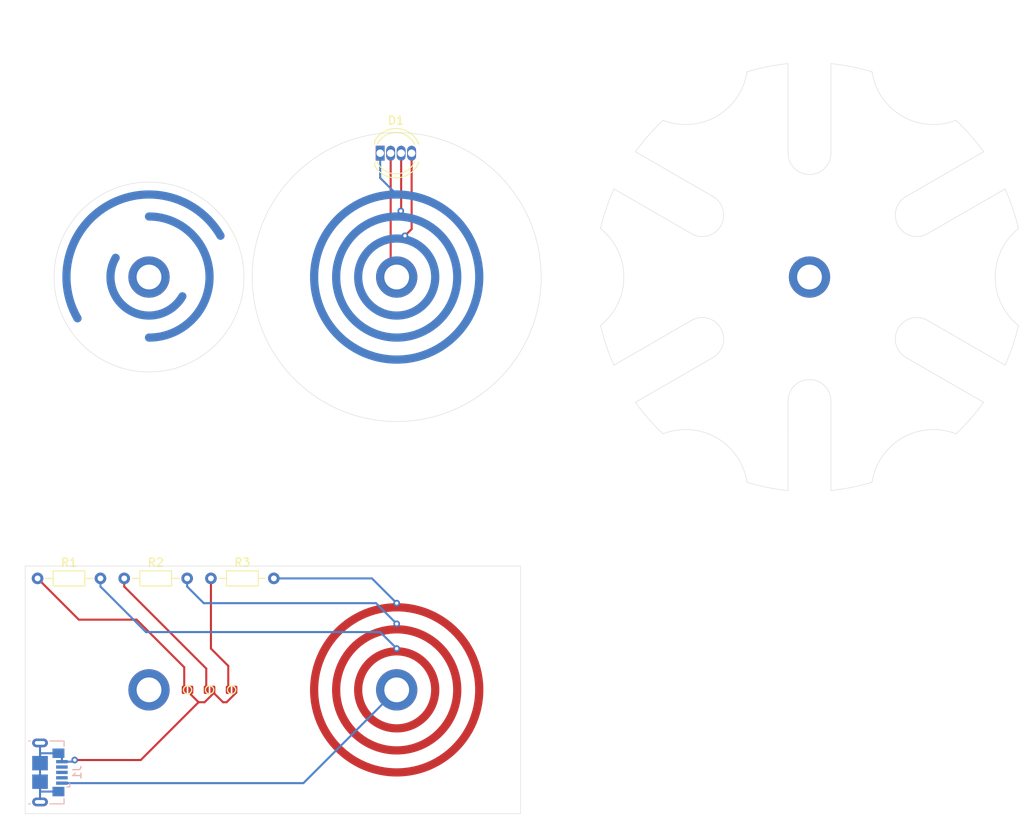
<source format=kicad_pcb>
(kicad_pcb (version 20171130) (host pcbnew "(5.1.5)-3")

  (general
    (thickness 1.6)
    (drawings 59)
    (tracks 69)
    (zones 0)
    (modules 22)
    (nets 12)
  )

  (page A4)
  (layers
    (0 F.Cu signal)
    (31 B.Cu signal)
    (32 B.Adhes user)
    (33 F.Adhes user)
    (34 B.Paste user)
    (35 F.Paste user)
    (36 B.SilkS user)
    (37 F.SilkS user)
    (38 B.Mask user)
    (39 F.Mask user)
    (40 Dwgs.User user)
    (41 Cmts.User user)
    (42 Eco1.User user)
    (43 Eco2.User user)
    (44 Edge.Cuts user)
    (45 Margin user)
    (46 B.CrtYd user)
    (47 F.CrtYd user)
    (48 B.Fab user)
    (49 F.Fab user)
  )

  (setup
    (last_trace_width 0.25)
    (trace_clearance 0.2)
    (zone_clearance 0.508)
    (zone_45_only no)
    (trace_min 0.2)
    (via_size 0.8)
    (via_drill 0.4)
    (via_min_size 0.4)
    (via_min_drill 0.3)
    (uvia_size 0.3)
    (uvia_drill 0.1)
    (uvias_allowed no)
    (uvia_min_size 0.2)
    (uvia_min_drill 0.1)
    (edge_width 0.05)
    (segment_width 0.2)
    (pcb_text_width 0.3)
    (pcb_text_size 1.5 1.5)
    (mod_edge_width 0.12)
    (mod_text_size 1 1)
    (mod_text_width 0.15)
    (pad_size 5 5)
    (pad_drill 3)
    (pad_to_mask_clearance 0.051)
    (solder_mask_min_width 0.25)
    (aux_axis_origin 0 0)
    (grid_origin 150 100)
    (visible_elements 7FFFFFFF)
    (pcbplotparams
      (layerselection 0x010fc_ffffffff)
      (usegerberextensions false)
      (usegerberattributes false)
      (usegerberadvancedattributes false)
      (creategerberjobfile false)
      (excludeedgelayer true)
      (linewidth 0.101600)
      (plotframeref false)
      (viasonmask false)
      (mode 1)
      (useauxorigin false)
      (hpglpennumber 1)
      (hpglpenspeed 20)
      (hpglpendiameter 15.000000)
      (psnegative false)
      (psa4output false)
      (plotreference true)
      (plotvalue true)
      (plotinvisibletext false)
      (padsonsilk false)
      (subtractmaskfromsilk false)
      (outputformat 1)
      (mirror false)
      (drillshape 1)
      (scaleselection 1)
      (outputdirectory ""))
  )

  (net 0 "")
  (net 1 5V)
  (net 2 0V)
  (net 3 "Net-(J1-Pad3)")
  (net 4 "Net-(J1-Pad4)")
  (net 5 "Net-(J1-Pad2)")
  (net 6 "Net-(JP1-Pad1)")
  (net 7 "Net-(JP2-Pad1)")
  (net 8 "Net-(JP3-Pad1)")
  (net 9 bluerail)
  (net 10 greenrail)
  (net 11 redrail)

  (net_class Default "This is the default net class."
    (clearance 0.2)
    (trace_width 0.25)
    (via_dia 0.8)
    (via_drill 0.4)
    (uvia_dia 0.3)
    (uvia_drill 0.1)
    (add_net 0V)
    (add_net 5V)
    (add_net "Net-(J1-Pad2)")
    (add_net "Net-(J1-Pad3)")
    (add_net "Net-(J1-Pad4)")
    (add_net "Net-(JP1-Pad1)")
    (add_net "Net-(JP2-Pad1)")
    (add_net "Net-(JP3-Pad1)")
    (add_net bluerail)
    (add_net greenrail)
    (add_net redrail)
  )

  (module Resistor_THT:R_Axial_DIN0204_L3.6mm_D1.6mm_P7.62mm_Horizontal (layer F.Cu) (tedit 5AE5139B) (tstamp 5E1E8FC9)
    (at 77.5 136.5)
    (descr "Resistor, Axial_DIN0204 series, Axial, Horizontal, pin pitch=7.62mm, 0.167W, length*diameter=3.6*1.6mm^2, http://cdn-reichelt.de/documents/datenblatt/B400/1_4W%23YAG.pdf")
    (tags "Resistor Axial_DIN0204 series Axial Horizontal pin pitch 7.62mm 0.167W length 3.6mm diameter 1.6mm")
    (path /5E1E529E)
    (fp_text reference R3 (at 3.81 -1.92) (layer F.SilkS)
      (effects (font (size 1 1) (thickness 0.15)))
    )
    (fp_text value R (at 3.81 1.92) (layer F.Fab)
      (effects (font (size 1 1) (thickness 0.15)))
    )
    (fp_line (start 8.57 -1.05) (end -0.95 -1.05) (layer F.CrtYd) (width 0.05))
    (fp_line (start 8.57 1.05) (end 8.57 -1.05) (layer F.CrtYd) (width 0.05))
    (fp_line (start -0.95 1.05) (end 8.57 1.05) (layer F.CrtYd) (width 0.05))
    (fp_line (start -0.95 -1.05) (end -0.95 1.05) (layer F.CrtYd) (width 0.05))
    (fp_line (start 6.68 0) (end 5.73 0) (layer F.SilkS) (width 0.12))
    (fp_line (start 0.94 0) (end 1.89 0) (layer F.SilkS) (width 0.12))
    (fp_line (start 5.73 -0.92) (end 1.89 -0.92) (layer F.SilkS) (width 0.12))
    (fp_line (start 5.73 0.92) (end 5.73 -0.92) (layer F.SilkS) (width 0.12))
    (fp_line (start 1.89 0.92) (end 5.73 0.92) (layer F.SilkS) (width 0.12))
    (fp_line (start 1.89 -0.92) (end 1.89 0.92) (layer F.SilkS) (width 0.12))
    (fp_line (start 7.62 0) (end 5.61 0) (layer F.Fab) (width 0.1))
    (fp_line (start 0 0) (end 2.01 0) (layer F.Fab) (width 0.1))
    (fp_line (start 5.61 -0.8) (end 2.01 -0.8) (layer F.Fab) (width 0.1))
    (fp_line (start 5.61 0.8) (end 5.61 -0.8) (layer F.Fab) (width 0.1))
    (fp_line (start 2.01 0.8) (end 5.61 0.8) (layer F.Fab) (width 0.1))
    (fp_line (start 2.01 -0.8) (end 2.01 0.8) (layer F.Fab) (width 0.1))
    (pad 2 thru_hole oval (at 7.62 0) (size 1.4 1.4) (drill 0.7) (layers *.Cu *.Mask)
      (net 11 redrail))
    (pad 1 thru_hole circle (at 0 0) (size 1.4 1.4) (drill 0.7) (layers *.Cu *.Mask)
      (net 8 "Net-(JP3-Pad1)"))
    (model ${KISYS3DMOD}/Resistor_THT.3dshapes/R_Axial_DIN0204_L3.6mm_D1.6mm_P7.62mm_Horizontal.wrl
      (at (xyz 0 0 0))
      (scale (xyz 1 1 1))
      (rotate (xyz 0 0 0))
    )
  )

  (module Resistor_THT:R_Axial_DIN0204_L3.6mm_D1.6mm_P7.62mm_Horizontal (layer F.Cu) (tedit 5AE5139B) (tstamp 5E1E8FB2)
    (at 67 136.5)
    (descr "Resistor, Axial_DIN0204 series, Axial, Horizontal, pin pitch=7.62mm, 0.167W, length*diameter=3.6*1.6mm^2, http://cdn-reichelt.de/documents/datenblatt/B400/1_4W%23YAG.pdf")
    (tags "Resistor Axial_DIN0204 series Axial Horizontal pin pitch 7.62mm 0.167W length 3.6mm diameter 1.6mm")
    (path /5E1E4F47)
    (fp_text reference R2 (at 3.81 -1.92) (layer F.SilkS)
      (effects (font (size 1 1) (thickness 0.15)))
    )
    (fp_text value R (at 3.81 1.92) (layer F.Fab)
      (effects (font (size 1 1) (thickness 0.15)))
    )
    (fp_line (start 8.57 -1.05) (end -0.95 -1.05) (layer F.CrtYd) (width 0.05))
    (fp_line (start 8.57 1.05) (end 8.57 -1.05) (layer F.CrtYd) (width 0.05))
    (fp_line (start -0.95 1.05) (end 8.57 1.05) (layer F.CrtYd) (width 0.05))
    (fp_line (start -0.95 -1.05) (end -0.95 1.05) (layer F.CrtYd) (width 0.05))
    (fp_line (start 6.68 0) (end 5.73 0) (layer F.SilkS) (width 0.12))
    (fp_line (start 0.94 0) (end 1.89 0) (layer F.SilkS) (width 0.12))
    (fp_line (start 5.73 -0.92) (end 1.89 -0.92) (layer F.SilkS) (width 0.12))
    (fp_line (start 5.73 0.92) (end 5.73 -0.92) (layer F.SilkS) (width 0.12))
    (fp_line (start 1.89 0.92) (end 5.73 0.92) (layer F.SilkS) (width 0.12))
    (fp_line (start 1.89 -0.92) (end 1.89 0.92) (layer F.SilkS) (width 0.12))
    (fp_line (start 7.62 0) (end 5.61 0) (layer F.Fab) (width 0.1))
    (fp_line (start 0 0) (end 2.01 0) (layer F.Fab) (width 0.1))
    (fp_line (start 5.61 -0.8) (end 2.01 -0.8) (layer F.Fab) (width 0.1))
    (fp_line (start 5.61 0.8) (end 5.61 -0.8) (layer F.Fab) (width 0.1))
    (fp_line (start 2.01 0.8) (end 5.61 0.8) (layer F.Fab) (width 0.1))
    (fp_line (start 2.01 -0.8) (end 2.01 0.8) (layer F.Fab) (width 0.1))
    (pad 2 thru_hole oval (at 7.62 0) (size 1.4 1.4) (drill 0.7) (layers *.Cu *.Mask)
      (net 10 greenrail))
    (pad 1 thru_hole circle (at 0 0) (size 1.4 1.4) (drill 0.7) (layers *.Cu *.Mask)
      (net 7 "Net-(JP2-Pad1)"))
    (model ${KISYS3DMOD}/Resistor_THT.3dshapes/R_Axial_DIN0204_L3.6mm_D1.6mm_P7.62mm_Horizontal.wrl
      (at (xyz 0 0 0))
      (scale (xyz 1 1 1))
      (rotate (xyz 0 0 0))
    )
  )

  (module Resistor_THT:R_Axial_DIN0204_L3.6mm_D1.6mm_P7.62mm_Horizontal (layer F.Cu) (tedit 5AE5139B) (tstamp 5E1E9414)
    (at 56.5 136.5)
    (descr "Resistor, Axial_DIN0204 series, Axial, Horizontal, pin pitch=7.62mm, 0.167W, length*diameter=3.6*1.6mm^2, http://cdn-reichelt.de/documents/datenblatt/B400/1_4W%23YAG.pdf")
    (tags "Resistor Axial_DIN0204 series Axial Horizontal pin pitch 7.62mm 0.167W length 3.6mm diameter 1.6mm")
    (path /5E1E4A47)
    (fp_text reference R1 (at 3.81 -1.92) (layer F.SilkS)
      (effects (font (size 1 1) (thickness 0.15)))
    )
    (fp_text value R (at 3.81 1.92) (layer F.Fab)
      (effects (font (size 1 1) (thickness 0.15)))
    )
    (fp_line (start 8.57 -1.05) (end -0.95 -1.05) (layer F.CrtYd) (width 0.05))
    (fp_line (start 8.57 1.05) (end 8.57 -1.05) (layer F.CrtYd) (width 0.05))
    (fp_line (start -0.95 1.05) (end 8.57 1.05) (layer F.CrtYd) (width 0.05))
    (fp_line (start -0.95 -1.05) (end -0.95 1.05) (layer F.CrtYd) (width 0.05))
    (fp_line (start 6.68 0) (end 5.73 0) (layer F.SilkS) (width 0.12))
    (fp_line (start 0.94 0) (end 1.89 0) (layer F.SilkS) (width 0.12))
    (fp_line (start 5.73 -0.92) (end 1.89 -0.92) (layer F.SilkS) (width 0.12))
    (fp_line (start 5.73 0.92) (end 5.73 -0.92) (layer F.SilkS) (width 0.12))
    (fp_line (start 1.89 0.92) (end 5.73 0.92) (layer F.SilkS) (width 0.12))
    (fp_line (start 1.89 -0.92) (end 1.89 0.92) (layer F.SilkS) (width 0.12))
    (fp_line (start 7.62 0) (end 5.61 0) (layer F.Fab) (width 0.1))
    (fp_line (start 0 0) (end 2.01 0) (layer F.Fab) (width 0.1))
    (fp_line (start 5.61 -0.8) (end 2.01 -0.8) (layer F.Fab) (width 0.1))
    (fp_line (start 5.61 0.8) (end 5.61 -0.8) (layer F.Fab) (width 0.1))
    (fp_line (start 2.01 0.8) (end 5.61 0.8) (layer F.Fab) (width 0.1))
    (fp_line (start 2.01 -0.8) (end 2.01 0.8) (layer F.Fab) (width 0.1))
    (pad 2 thru_hole oval (at 7.62 0) (size 1.4 1.4) (drill 0.7) (layers *.Cu *.Mask)
      (net 9 bluerail))
    (pad 1 thru_hole circle (at 0 0) (size 1.4 1.4) (drill 0.7) (layers *.Cu *.Mask)
      (net 6 "Net-(JP1-Pad1)"))
    (model ${KISYS3DMOD}/Resistor_THT.3dshapes/R_Axial_DIN0204_L3.6mm_D1.6mm_P7.62mm_Horizontal.wrl
      (at (xyz 0 0 0))
      (scale (xyz 1 1 1))
      (rotate (xyz 0 0 0))
    )
  )

  (module geneva:jumper (layer F.Cu) (tedit 5E1E2CD8) (tstamp 5E1E8F84)
    (at 80 150)
    (path /5E1E630C)
    (fp_text reference JP3 (at 0 2) (layer F.SilkS) hide
      (effects (font (size 1 1) (thickness 0.15)))
    )
    (fp_text value Jumper_NO_Small (at 0 -2) (layer F.Fab)
      (effects (font (size 1 1) (thickness 0.15)))
    )
    (fp_circle (center 0 0) (end 0.5 0) (layer F.SilkS) (width 0.1524))
    (pad 2 smd roundrect (at 0.4 0) (size 0.6 1) (layers F.Cu F.Mask) (roundrect_rratio 0.25)
      (net 2 0V))
    (pad 1 smd roundrect (at -0.4 0) (size 0.6 1) (layers F.Cu F.Mask) (roundrect_rratio 0.25)
      (net 8 "Net-(JP3-Pad1)"))
  )

  (module geneva:jumper (layer F.Cu) (tedit 5E1E2CD8) (tstamp 5E1E8F7D)
    (at 77.33333 150)
    (path /5E1E5EA6)
    (fp_text reference JP2 (at 0 2) (layer F.SilkS) hide
      (effects (font (size 1 1) (thickness 0.15)))
    )
    (fp_text value Jumper_NO_Small (at 0 -2) (layer F.Fab)
      (effects (font (size 1 1) (thickness 0.15)))
    )
    (fp_circle (center 0 0) (end 0.5 0) (layer F.SilkS) (width 0.1524))
    (pad 2 smd roundrect (at 0.4 0) (size 0.6 1) (layers F.Cu F.Mask) (roundrect_rratio 0.25)
      (net 2 0V))
    (pad 1 smd roundrect (at -0.4 0) (size 0.6 1) (layers F.Cu F.Mask) (roundrect_rratio 0.25)
      (net 7 "Net-(JP2-Pad1)"))
  )

  (module geneva:jumper (layer F.Cu) (tedit 5E1E2CD8) (tstamp 5E1E8F76)
    (at 74.66667 150)
    (path /5E1E5871)
    (fp_text reference JP1 (at 0 2) (layer F.SilkS) hide
      (effects (font (size 1 1) (thickness 0.15)))
    )
    (fp_text value Jumper_NO_Small (at 0 -2) (layer F.Fab)
      (effects (font (size 1 1) (thickness 0.15)))
    )
    (fp_circle (center 0 0) (end 0.5 0) (layer F.SilkS) (width 0.1524))
    (pad 2 smd roundrect (at 0.4 0) (size 0.6 1) (layers F.Cu F.Mask) (roundrect_rratio 0.25)
      (net 2 0V))
    (pad 1 smd roundrect (at -0.4 0) (size 0.6 1) (layers F.Cu F.Mask) (roundrect_rratio 0.25)
      (net 6 "Net-(JP1-Pad1)"))
  )

  (module Connector_USB:USB_Micro-B_GCT_USB3076-30-A (layer B.Cu) (tedit 5A170D03) (tstamp 5E1E91A1)
    (at 58 160 90)
    (descr "GCT Micro USB https://gct.co/files/drawings/usb3076.pdf")
    (tags "Micro-USB SMD Typ-B GCT")
    (path /5E1E3062)
    (attr smd)
    (fp_text reference J1 (at 0 3.3 -90) (layer B.SilkS)
      (effects (font (size 1 1) (thickness 0.15)) (justify mirror))
    )
    (fp_text value USB_B_Micro (at 0 -5.2 -90) (layer B.Fab)
      (effects (font (size 1 1) (thickness 0.15)) (justify mirror))
    )
    (fp_line (start -1.1 2.16) (end -1.1 1.95) (layer B.Fab) (width 0.1))
    (fp_line (start -1.5 2.16) (end -1.5 1.95) (layer B.Fab) (width 0.1))
    (fp_line (start -1.5 2.16) (end -1.1 2.16) (layer B.Fab) (width 0.1))
    (fp_line (start -1.1 1.95) (end -1.3 1.75) (layer B.Fab) (width 0.1))
    (fp_line (start -1.3 1.75) (end -1.5 1.95) (layer B.Fab) (width 0.1))
    (fp_line (start -1.76 2.41) (end -1.76 2.02) (layer B.SilkS) (width 0.12))
    (fp_line (start -1.76 2.41) (end -1.31 2.41) (layer B.SilkS) (width 0.12))
    (fp_text user %R (at 0 -0.85 -90) (layer B.Fab)
      (effects (font (size 1 1) (thickness 0.15)) (justify mirror))
    )
    (fp_line (start 3.81 1.71) (end 3.16 1.71) (layer B.SilkS) (width 0.12))
    (fp_line (start 3.81 -0.02) (end 3.81 1.71) (layer B.SilkS) (width 0.12))
    (fp_line (start -3.81 -2.59) (end -3.81 -2.38) (layer B.SilkS) (width 0.12))
    (fp_line (start -3.7 -3.95) (end -3.7 1.6) (layer B.Fab) (width 0.1))
    (fp_line (start -3.7 1.6) (end 3.7 1.6) (layer B.Fab) (width 0.1))
    (fp_line (start -3.7 -3.95) (end 3.7 -3.95) (layer B.Fab) (width 0.1))
    (fp_line (start -3 -2.65) (end 3 -2.65) (layer B.Fab) (width 0.1))
    (fp_line (start 3.7 -3.95) (end 3.7 1.6) (layer B.Fab) (width 0.1))
    (fp_line (start 3.81 -2.59) (end 3.81 -2.38) (layer B.SilkS) (width 0.12))
    (fp_line (start -3.81 -0.02) (end -3.81 1.71) (layer B.SilkS) (width 0.12))
    (fp_line (start -3.81 1.71) (end -3.15 1.71) (layer B.SilkS) (width 0.12))
    (fp_text user "PCB Edge" (at 0 -2.65 -90) (layer Dwgs.User)
      (effects (font (size 0.5 0.5) (thickness 0.08)))
    )
    (fp_line (start -4.6 -4.45) (end -4.6 2.65) (layer B.CrtYd) (width 0.05))
    (fp_line (start -4.6 2.65) (end 4.6 2.65) (layer B.CrtYd) (width 0.05))
    (fp_line (start 4.6 2.65) (end 4.6 -4.45) (layer B.CrtYd) (width 0.05))
    (fp_line (start -4.6 -4.45) (end 4.6 -4.45) (layer B.CrtYd) (width 0.05))
    (pad 6 smd rect (at -2.32 1.03 90) (size 1.15 1.45) (layers B.Cu B.Paste B.Mask)
      (net 2 0V))
    (pad 6 smd rect (at 2.32 1.03 90) (size 1.15 1.45) (layers B.Cu B.Paste B.Mask)
      (net 2 0V))
    (pad 6 thru_hole oval (at 3.575 -1.2 90) (size 1.05 1.9) (drill oval 0.45 1.25) (layers *.Cu *.Mask)
      (net 2 0V))
    (pad 6 thru_hole oval (at -3.575 -1.2 270) (size 1.05 1.9) (drill oval 0.45 1.25) (layers *.Cu *.Mask)
      (net 2 0V))
    (pad 6 smd rect (at -1.125 -1.2 90) (size 1.75 1.9) (layers B.Cu B.Paste B.Mask)
      (net 2 0V))
    (pad 3 smd rect (at 0 1.45 90) (size 0.4 1.4) (layers B.Cu B.Paste B.Mask)
      (net 3 "Net-(J1-Pad3)"))
    (pad 4 smd rect (at 0.65 1.45 90) (size 0.4 1.4) (layers B.Cu B.Paste B.Mask)
      (net 4 "Net-(J1-Pad4)"))
    (pad 5 smd rect (at 1.3 1.45 90) (size 0.4 1.4) (layers B.Cu B.Paste B.Mask)
      (net 2 0V))
    (pad 1 smd rect (at -1.3 1.45 90) (size 0.4 1.4) (layers B.Cu B.Paste B.Mask)
      (net 1 5V))
    (pad 2 smd rect (at -0.65 1.45 90) (size 0.4 1.4) (layers B.Cu B.Paste B.Mask)
      (net 5 "Net-(J1-Pad2)"))
    (pad 6 smd rect (at 1.125 -1.2 90) (size 1.75 1.9) (layers B.Cu B.Paste B.Mask)
      (net 2 0V))
    (model ${KISYS3DMOD}/Connector_USB.3dshapes/USB_Micro-B_GCT_USB3076-30-A.wrl
      (at (xyz 0 0 0))
      (scale (xyz 1 1 1))
      (rotate (xyz 0 0 0))
    )
  )

  (module LED_THT:LED_D5.0mm-4_RGB (layer F.Cu) (tedit 5B74EEBE) (tstamp 5E1E8F48)
    (at 98 85)
    (descr "LED, diameter 5.0mm, 2 pins, diameter 5.0mm, 3 pins, diameter 5.0mm, 4 pins, http://www.kingbright.com/attachments/file/psearch/000/00/00/L-154A4SUREQBFZGEW(Ver.9A).pdf")
    (tags "LED diameter 5.0mm 2 pins diameter 5.0mm 3 pins diameter 5.0mm 4 pins RGB RGBLED")
    (path /5E1E71B0)
    (fp_text reference D1 (at 1.905 -3.96) (layer F.SilkS)
      (effects (font (size 1 1) (thickness 0.15)))
    )
    (fp_text value LED_RAGB (at 1.905 3.96) (layer F.Fab)
      (effects (font (size 1 1) (thickness 0.15)))
    )
    (fp_text user %R (at 1.905 -3.96) (layer F.Fab)
      (effects (font (size 1 1) (thickness 0.15)))
    )
    (fp_line (start 5.15 -3.25) (end -1.35 -3.25) (layer F.CrtYd) (width 0.05))
    (fp_line (start 5.15 3.25) (end 5.15 -3.25) (layer F.CrtYd) (width 0.05))
    (fp_line (start -1.35 3.25) (end 5.15 3.25) (layer F.CrtYd) (width 0.05))
    (fp_line (start -1.35 -3.25) (end -1.35 3.25) (layer F.CrtYd) (width 0.05))
    (fp_line (start -0.655 1.08) (end -0.655 1.545) (layer F.SilkS) (width 0.12))
    (fp_line (start -0.655 -1.545) (end -0.655 -1.08) (layer F.SilkS) (width 0.12))
    (fp_line (start -0.595 -1.469694) (end -0.595 1.469694) (layer F.Fab) (width 0.1))
    (fp_circle (center 1.905 0) (end 4.405 0) (layer F.Fab) (width 0.1))
    (fp_arc (start 1.905 0) (end -0.349684 1.08) (angle -128.8) (layer F.SilkS) (width 0.12))
    (fp_arc (start 1.905 0) (end -0.349684 -1.08) (angle 128.8) (layer F.SilkS) (width 0.12))
    (fp_arc (start 1.905 0) (end -0.655 1.54483) (angle -127.7) (layer F.SilkS) (width 0.12))
    (fp_arc (start 1.905 0) (end -0.655 -1.54483) (angle 127.7) (layer F.SilkS) (width 0.12))
    (fp_arc (start 1.905 0) (end -0.595 -1.469694) (angle 299.1) (layer F.Fab) (width 0.1))
    (pad 4 thru_hole oval (at 3.81 0) (size 1.07 1.8) (drill 0.9) (layers *.Cu *.Mask)
      (net 9 bluerail))
    (pad 3 thru_hole oval (at 2.54 0) (size 1.07 1.8) (drill 0.9) (layers *.Cu *.Mask)
      (net 10 greenrail))
    (pad 2 thru_hole oval (at 1.27 0) (size 1.07 1.8) (drill 0.9) (layers *.Cu *.Mask)
      (net 1 5V))
    (pad 1 thru_hole rect (at 0 0) (size 1.07 1.8) (drill 0.9) (layers *.Cu *.Mask)
      (net 11 redrail))
    (model ${KISYS3DMOD}/LED_THT.3dshapes/LED_D5.0mm-4_RGB.wrl
      (at (xyz 0 0 0))
      (scale (xyz 1 1 1))
      (rotate (xyz 0 0 0))
    )
  )

  (module geneva:railcenter (layer F.Cu) (tedit 5E1E238F) (tstamp 5E1E86C1)
    (at 150 100)
    (fp_text reference REF** (at 0 0.5) (layer F.SilkS) hide
      (effects (font (size 1 1) (thickness 0.15)))
    )
    (fp_text value railcenter (at 0 -0.5) (layer F.Fab)
      (effects (font (size 1 1) (thickness 0.15)))
    )
    (pad 1 thru_hole circle (at 0 0) (size 5 5) (drill 3) (layers *.Cu *.Mask))
  )

  (module geneva:rail3 (layer F.Cu) (tedit 5E1E3427) (tstamp 5E1E8433)
    (at 100 150)
    (fp_text reference REF** (at 0 0.5) (layer F.SilkS) hide
      (effects (font (size 1 1) (thickness 0.15)))
    )
    (fp_text value rail3 (at 0 -0.5) (layer F.Fab)
      (effects (font (size 1 1) (thickness 0.15)))
    )
    (pad 1 smd custom (at 0 10) (size 1 1) (layers F.Cu F.Mask)
      (net 11 redrail) (zone_connect 0)
      (options (clearance outline) (anchor circle))
      (primitives
        (gr_circle (center 0 -10) (end 10 -10) (width 1))
      ))
  )

  (module geneva:rail2 (layer F.Cu) (tedit 5E1E342E) (tstamp 5E1E841A)
    (at 100 150)
    (fp_text reference REF** (at 0 0.5) (layer F.SilkS) hide
      (effects (font (size 1 1) (thickness 0.15)))
    )
    (fp_text value rail2 (at 0 -0.5) (layer F.Fab)
      (effects (font (size 1 1) (thickness 0.15)))
    )
    (pad 1 smd custom (at 0 7.33333) (size 1 1) (layers F.Cu F.Mask)
      (net 10 greenrail) (zone_connect 0)
      (options (clearance outline) (anchor circle))
      (primitives
        (gr_circle (center 0 -7.33333) (end 7.33333 -7.33333) (width 1))
      ))
  )

  (module geneva:rail1 (layer F.Cu) (tedit 5E1E3435) (tstamp 5E1E8401)
    (at 100 150)
    (fp_text reference REF** (at 0 0.5) (layer F.SilkS) hide
      (effects (font (size 1 1) (thickness 0.15)))
    )
    (fp_text value rail1 (at 0 -0.5) (layer F.Fab)
      (effects (font (size 1 1) (thickness 0.15)))
    )
    (pad 1 smd custom (at 0 4.66667) (size 1 1) (layers F.Cu F.Mask)
      (net 9 bluerail) (zone_connect 0)
      (options (clearance outline) (anchor circle))
      (primitives
        (gr_circle (center 0 -4.66667) (end 4.66667 -4.66667) (width 1))
      ))
  )

  (module geneva:railcenter (layer F.Cu) (tedit 5E1E238F) (tstamp 5E1E825F)
    (at 70 150)
    (fp_text reference REF** (at 0 0.5) (layer F.SilkS) hide
      (effects (font (size 1 1) (thickness 0.15)))
    )
    (fp_text value railcenter (at 0 -0.5) (layer F.Fab)
      (effects (font (size 1 1) (thickness 0.15)))
    )
    (pad 1 thru_hole circle (at 0 0) (size 5 5) (drill 3) (layers *.Cu *.Mask))
  )

  (module geneva:railcenter (layer F.Cu) (tedit 5E1E343B) (tstamp 5E1E825D)
    (at 100 150)
    (fp_text reference REF** (at 0 0.5) (layer F.SilkS) hide
      (effects (font (size 1 1) (thickness 0.15)))
    )
    (fp_text value railcenter (at 0 -0.5) (layer F.Fab)
      (effects (font (size 1 1) (thickness 0.15)))
    )
    (pad 1 thru_hole circle (at 0 0) (size 5 5) (drill 3) (layers *.Cu *.Mask)
      (net 1 5V))
  )

  (module geneva:rail3 (layer B.Cu) (tedit 5E1E3405) (tstamp 5E1E8226)
    (at 100 100)
    (fp_text reference REF** (at 0 -0.5) (layer B.SilkS) hide
      (effects (font (size 1 1) (thickness 0.15)) (justify mirror))
    )
    (fp_text value rail3 (at 0 0.5) (layer B.Fab)
      (effects (font (size 1 1) (thickness 0.15)) (justify mirror))
    )
    (pad 1 smd custom (at 0 -10) (size 1 1) (layers B.Cu B.Mask)
      (net 11 redrail) (zone_connect 0)
      (options (clearance outline) (anchor circle))
      (primitives
        (gr_circle (center 0 10) (end 10 10) (width 1))
      ))
  )

  (module geneva:rail2 (layer B.Cu) (tedit 5E1E33FB) (tstamp 5E1E820D)
    (at 100 100)
    (fp_text reference REF** (at 0 -0.5) (layer B.SilkS) hide
      (effects (font (size 1 1) (thickness 0.15)) (justify mirror))
    )
    (fp_text value rail2 (at 0 0.5) (layer B.Fab)
      (effects (font (size 1 1) (thickness 0.15)) (justify mirror))
    )
    (pad 1 smd custom (at 0 -7.33333) (size 1 1) (layers B.Cu B.Mask)
      (net 10 greenrail) (zone_connect 0)
      (options (clearance outline) (anchor circle))
      (primitives
        (gr_circle (center 0 7.33333) (end 7.33333 7.33333) (width 1))
      ))
  )

  (module geneva:rail1 (layer B.Cu) (tedit 5E1E33F0) (tstamp 5E1E81F4)
    (at 100 100)
    (fp_text reference REF** (at 0 -0.5) (layer B.SilkS) hide
      (effects (font (size 1 1) (thickness 0.15)) (justify mirror))
    )
    (fp_text value rail1 (at 0 0.5) (layer B.Fab)
      (effects (font (size 1 1) (thickness 0.15)) (justify mirror))
    )
    (pad 1 smd custom (at 0 -4.66667) (size 1 1) (layers B.Cu B.Mask)
      (net 9 bluerail) (zone_connect 0)
      (options (clearance outline) (anchor circle))
      (primitives
        (gr_circle (center 0 4.66667) (end 4.66667 4.66667) (width 1))
      ))
  )

  (module geneva:encoder3 (layer B.Cu) (tedit 5E1E2751) (tstamp 5E1E81CB)
    (at 70 100)
    (fp_text reference REF** (at 0 -0.5) (layer B.SilkS) hide
      (effects (font (size 1 1) (thickness 0.15)) (justify mirror))
    )
    (fp_text value encoder3 (at 0 0.5) (layer B.Fab)
      (effects (font (size 1 1) (thickness 0.15)) (justify mirror))
    )
    (pad 1 smd custom (at -10 0) (size 1 1) (layers B.Cu B.Mask)
      (zone_connect 0)
      (options (clearance outline) (anchor circle))
      (primitives
        (gr_arc (start 10 0) (end 0 0) (angle -30) (width 1))
        (gr_arc (start 10 0) (end 0 0) (angle 150) (width 1))
      ))
  )

  (module geneva:encoder2 (layer B.Cu) (tedit 5E1E2710) (tstamp 5E1E807E)
    (at 70 100)
    (fp_text reference REF** (at 0 -0.5) (layer B.SilkS) hide
      (effects (font (size 1 1) (thickness 0.15)) (justify mirror))
    )
    (fp_text value encoder2 (at 0 0.5) (layer B.Fab)
      (effects (font (size 1 1) (thickness 0.15)) (justify mirror))
    )
    (pad 1 smd custom (at 0 7.33333) (size 1 1) (layers B.Cu B.Mask)
      (zone_connect 0)
      (options (clearance outline) (anchor circle))
      (primitives
        (gr_arc (start 0 -7.33333) (end 0 0) (angle -180) (width 1))
      ))
  )

  (module geneva:railcenter (layer F.Cu) (tedit 5E1E238F) (tstamp 5E1E8037)
    (at 70 100)
    (fp_text reference REF** (at 0 0.5) (layer F.SilkS) hide
      (effects (font (size 1 1) (thickness 0.15)))
    )
    (fp_text value railcenter (at 0 -0.5) (layer F.Fab)
      (effects (font (size 1 1) (thickness 0.15)))
    )
    (pad 1 thru_hole circle (at 0 0) (size 5 5) (drill 3) (layers *.Cu *.Mask))
  )

  (module geneva:encoder1 (layer B.Cu) (tedit 5E1E26E9) (tstamp 5E1E801E)
    (at 70 100)
    (fp_text reference REF** (at 0 -0.5) (layer B.SilkS) hide
      (effects (font (size 1 1) (thickness 0.15)) (justify mirror))
    )
    (fp_text value encoder1 (at 0 0.5) (layer B.Fab)
      (effects (font (size 1 1) (thickness 0.15)) (justify mirror))
    )
    (pad 1 smd custom (at -4.66667 0) (size 1 1) (layers B.Cu B.Mask)
      (zone_connect 0)
      (options (clearance outline) (anchor circle))
      (primitives
        (gr_arc (start 4.66667 0) (end 0 0) (angle -150) (width 1))
        (gr_arc (start 4.66667 0) (end 0 0) (angle 30) (width 1))
      ))
  )

  (module geneva:railcenter (layer F.Cu) (tedit 5E1E33D7) (tstamp 5E1E7BEA)
    (at 100 100)
    (fp_text reference REF** (at 0 0.5) (layer F.SilkS) hide
      (effects (font (size 1 1) (thickness 0.15)))
    )
    (fp_text value railcenter (at 0 -0.5) (layer F.Fab)
      (effects (font (size 1 1) (thickness 0.15)))
    )
    (pad 1 thru_hole circle (at 0 0) (size 5 5) (drill 3) (layers *.Cu *.Mask)
      (net 1 5V))
  )

  (gr_circle (center 100 150) (end 117.5 150) (layer Dwgs.User) (width 0.15))
  (gr_circle (center 70 150) (end 81.5 150) (layer Dwgs.User) (width 0.15))
  (gr_line (start 115 135) (end 115 165) (layer Edge.Cuts) (width 0.05))
  (gr_line (start 55 165) (end 55 135) (layer Edge.Cuts) (width 0.05) (tstamp 5E1E823D))
  (gr_line (start 115 165) (end 55 165) (layer Edge.Cuts) (width 0.05))
  (gr_line (start 55 135) (end 115 135) (layer Edge.Cuts) (width 0.05))
  (gr_circle (center 70 100) (end 81.5 100) (layer Edge.Cuts) (width 0.05))
  (gr_circle (center 100 100) (end 100 82.5) (layer Edge.Cuts) (width 0.05))
  (gr_line (start 142.441068 75.143512) (end 142.425659 75.15392) (layer Edge.Cuts) (width 0.05) (tstamp 5E1E1EF6))
  (gr_line (start 157.58 75.16) (end 157.573427 75.147926) (layer Edge.Cuts) (width 0.05) (tstamp 5E1E1E9E))
  (gr_line (start 167.740453 81.019516) (end 167.728467 81.013036) (layer Edge.Cuts) (width 0.05) (tstamp 5E1E1E99))
  (gr_line (start 175.3 94.11) (end 175.309242 94.132743) (layer Edge.Cuts) (width 0.05) (tstamp 5E1E1E73))
  (gr_line (start 175.307562 105.874499) (end 175.304507 105.863469) (layer Edge.Cuts) (width 0.05) (tstamp 5E1E1E55))
  (gr_line (start 157.578228 124.846674) (end 157.552153 124.858548) (layer Edge.Cuts) (width 0.05) (tstamp 5E1E1E39))
  (gr_line (start 167.725 118.984818) (end 167.735814 118.984817) (layer Edge.Cuts) (width 0.05) (tstamp 5E1E1E29))
  (gr_line (start 142.475 124.875) (end 142.426573 124.852075) (layer Edge.Cuts) (width 0.05) (tstamp 5E1E1E0D))
  (gr_line (start 132.269834 118.982611) (end 132.239242 118.961485) (layer Edge.Cuts) (width 0.05) (tstamp 5E1E1DD4))
  (gr_line (start 124.7 105.9) (end 124.690758 105.867257) (layer Edge.Cuts) (width 0.05) (tstamp 5E1E1DAB))
  (gr_line (start 124.698455 94.09964) (end 124.695493 94.136531) (layer Edge.Cuts) (width 0.05) (tstamp 5E1E1DA5))
  (gr_line (start 161.690381 90.248334) (end 171.086757 84.823334) (layer Edge.Cuts) (width 0.05) (tstamp 5E1E1D91))
  (gr_line (start 164.290381 105.248334) (end 173.686757 110.673334) (layer Edge.Cuts) (width 0.05) (tstamp 5E1E1D8F))
  (gr_line (start 152.6 115) (end 152.6 125.85) (layer Edge.Cuts) (width 0.05) (tstamp 5E1E1D8D))
  (gr_line (start 138.309619 109.751666) (end 128.913244 115.176665) (layer Edge.Cuts) (width 0.05) (tstamp 5E1E1D8B))
  (gr_line (start 135.709619 94.751666) (end 126.313245 89.326666) (layer Edge.Cuts) (width 0.05) (tstamp 5E1E1D89))
  (gr_arc (start 165 74.019238) (end 157.58 75.16) (angle -102.5717765) (layer Edge.Cuts) (width 0.05) (tstamp 5E1E1D86))
  (gr_arc (start 180 100) (end 175.309242 94.132743) (angle -102.670436) (layer Edge.Cuts) (width 0.05) (tstamp 5E1E1D84))
  (gr_arc (start 165 125.980762) (end 167.725 118.984818) (angle -102.5935713) (layer Edge.Cuts) (width 0.05) (tstamp 5E1E1D82))
  (gr_arc (start 135 125.980762) (end 142.426573 124.852075) (angle -102.670436) (layer Edge.Cuts) (width 0.05) (tstamp 5E1E1D80))
  (gr_arc (start 120 100) (end 124.690758 105.867257) (angle -102.670436) (layer Edge.Cuts) (width 0.05) (tstamp 5E1E1D7E))
  (gr_arc (start 150 100) (end 157.573427 75.147926) (angle -11.20457929) (layer Edge.Cuts) (width 0.05) (tstamp 5E1E1D7B))
  (gr_arc (start 150 100) (end 175.3 94.11) (angle -11.15110758) (layer Edge.Cuts) (width 0.05) (tstamp 5E1E1D79))
  (gr_arc (start 150 100) (end 167.735814 118.984817) (angle -11.20457929) (layer Edge.Cuts) (width 0.05) (tstamp 5E1E1D77))
  (gr_arc (start 150 100) (end 142.475 124.875) (angle -11.08771661) (layer Edge.Cuts) (width 0.05) (tstamp 5E1E1D75))
  (gr_arc (start 150 100) (end 124.7 105.9) (angle -11.12962862) (layer Edge.Cuts) (width 0.05) (tstamp 5E1E1D73))
  (gr_arc (start 150 100) (end 171.086756 84.823335) (angle -11.1905817) (layer Edge.Cuts) (width 0.05) (tstamp 5E1E1D70))
  (gr_arc (start 150 100) (end 173.686755 110.673334) (angle -11.18818472) (layer Edge.Cuts) (width 0.05) (tstamp 5E1E1D6E))
  (gr_arc (start 150 100) (end 152.599999 125.849999) (angle -11.15554124) (layer Edge.Cuts) (width 0.05) (tstamp 5E1E1D6C))
  (gr_arc (start 150 100) (end 128.913244 115.176665) (angle -11.12925613) (layer Edge.Cuts) (width 0.05) (tstamp 5E1E1D6A))
  (gr_arc (start 150 100) (end 126.313245 89.326666) (angle -11.12962948) (layer Edge.Cuts) (width 0.05) (tstamp 5E1E1D68))
  (gr_line (start 152.6 85) (end 152.6 74.150002) (layer Edge.Cuts) (width 0.05) (tstamp 5E1E1D65))
  (gr_line (start 164.290381 94.751666) (end 173.68324 89.328251) (layer Edge.Cuts) (width 0.05) (tstamp 5E1E1D63))
  (gr_line (start 161.690381 109.751666) (end 171.086755 115.176665) (layer Edge.Cuts) (width 0.05) (tstamp 5E1E1D61))
  (gr_line (start 147.4 115) (end 147.399213 125.857826) (layer Edge.Cuts) (width 0.05) (tstamp 5E1E1D5F))
  (gr_line (start 135.709619 105.248334) (end 126.314691 110.672682) (layer Edge.Cuts) (width 0.05) (tstamp 5E1E1D5D))
  (gr_arc (start 162.990381 92.5) (end 161.690381 90.248334) (angle -180) (layer Edge.Cuts) (width 0.05) (tstamp 5E1E1D5A))
  (gr_arc (start 162.990381 107.5) (end 164.290381 105.248334) (angle -180) (layer Edge.Cuts) (width 0.05) (tstamp 5E1E1D58))
  (gr_arc (start 150 115) (end 152.6 115) (angle -180) (layer Edge.Cuts) (width 0.05) (tstamp 5E1E1D56))
  (gr_arc (start 137.009619 107.5) (end 138.309619 109.751666) (angle -180) (layer Edge.Cuts) (width 0.05) (tstamp 5E1E1D54))
  (gr_arc (start 137.009619 92.5) (end 135.709619 94.751666) (angle -180) (layer Edge.Cuts) (width 0.05) (tstamp 5E1E1D52))
  (gr_arc (start 150 100) (end 132.264186 81.015183) (angle -11.20457929) (layer Edge.Cuts) (width 0.05))
  (gr_line (start 138.309619 90.248334) (end 128.913245 84.823335) (layer Edge.Cuts) (width 0.05) (tstamp 5E1E1CA4))
  (gr_arc (start 150 100) (end 147.400001 74.150001) (angle -11.17116549) (layer Edge.Cuts) (width 0.05))
  (gr_line (start 147.4 85) (end 147.400001 74.150001) (layer Edge.Cuts) (width 0.05))
  (gr_arc (start 135 74.019238) (end 132.264185 81.015182) (angle -102.670436) (layer Edge.Cuts) (width 0.05))
  (gr_circle (center 135 74.019238) (end 142.5 74.019238) (layer Dwgs.User) (width 0.15) (tstamp 5E1E1A4A))
  (gr_arc (start 150 85) (end 147.4 85) (angle -180) (layer Edge.Cuts) (width 0.05))
  (gr_circle (center 150 100) (end 150 85) (layer Dwgs.User) (width 0.15))
  (gr_circle (center 150 100) (end 175.9808 100) (layer Dwgs.User) (width 0.01))
  (gr_circle (center 100 85) (end 102.5 85) (layer Dwgs.User) (width 0.15))

  (segment (start 88.7 161.3) (end 100 150) (width 0.25) (layer B.Cu) (net 1))
  (segment (start 59.45 161.3) (end 88.7 161.3) (width 0.25) (layer B.Cu) (net 1))
  (segment (start 99.27 99.27) (end 100 100) (width 0.25) (layer F.Cu) (net 1))
  (segment (start 99.27 85) (end 99.27 99.27) (width 0.25) (layer F.Cu) (net 1))
  (segment (start 56.8 162.25) (end 56.8 161.125) (width 0.25) (layer B.Cu) (net 2))
  (segment (start 56.87 162.32) (end 56.8 162.25) (width 0.25) (layer B.Cu) (net 2))
  (segment (start 59.03 162.32) (end 56.87 162.32) (width 0.25) (layer B.Cu) (net 2))
  (segment (start 56.8 161.125) (end 56.8 158.875) (width 0.25) (layer B.Cu) (net 2))
  (segment (start 58.055 157.68) (end 59.03 157.68) (width 0.25) (layer B.Cu) (net 2))
  (segment (start 56.87 157.68) (end 58.055 157.68) (width 0.25) (layer B.Cu) (net 2))
  (segment (start 56.8 157.75) (end 56.87 157.68) (width 0.25) (layer B.Cu) (net 2))
  (segment (start 56.8 158.875) (end 56.8 157.75) (width 0.25) (layer B.Cu) (net 2))
  (segment (start 59.45 158.1) (end 59.03 157.68) (width 0.25) (layer B.Cu) (net 2))
  (segment (start 59.45 158.7) (end 59.45 158.1) (width 0.25) (layer B.Cu) (net 2))
  (segment (start 56.8 156.425) (end 56.8 158.875) (width 0.25) (layer B.Cu) (net 2))
  (segment (start 56.8 163.575) (end 56.8 161.125) (width 0.25) (layer B.Cu) (net 2))
  (segment (start 77.73333 150.26667) (end 78.96666 151.5) (width 0.25) (layer F.Cu) (net 2))
  (segment (start 77.73333 150) (end 77.73333 150.26667) (width 0.25) (layer F.Cu) (net 2))
  (segment (start 80.4 150.5) (end 80.4 150) (width 0.25) (layer F.Cu) (net 2))
  (segment (start 79.4 151.5) (end 80.4 150.5) (width 0.25) (layer F.Cu) (net 2))
  (segment (start 78.96666 151.5) (end 79.4 151.5) (width 0.25) (layer F.Cu) (net 2))
  (segment (start 77.73333 150.5) (end 77.73333 150) (width 0.25) (layer F.Cu) (net 2))
  (segment (start 76 151.5) (end 76.73333 151.5) (width 0.25) (layer F.Cu) (net 2))
  (segment (start 76.73333 151.5) (end 77.73333 150.5) (width 0.25) (layer F.Cu) (net 2))
  (segment (start 75.06667 150) (end 75.06667 150.56667) (width 0.25) (layer F.Cu) (net 2))
  (segment (start 75.06667 150.56667) (end 76 151.5) (width 0.25) (layer F.Cu) (net 2))
  (via (at 61 158.5) (size 0.8) (drill 0.4) (layers F.Cu B.Cu) (net 2))
  (segment (start 59.45 158.7) (end 60.8 158.7) (width 0.25) (layer B.Cu) (net 2))
  (segment (start 60.8 158.7) (end 61 158.5) (width 0.25) (layer B.Cu) (net 2))
  (segment (start 69 158.5) (end 76 151.5) (width 0.25) (layer F.Cu) (net 2))
  (segment (start 61 158.5) (end 69 158.5) (width 0.25) (layer F.Cu) (net 2))
  (segment (start 74.26667 150) (end 74.26667 147.26667) (width 0.25) (layer F.Cu) (net 6))
  (segment (start 74.26667 147.26667) (end 68.5 141.5) (width 0.25) (layer F.Cu) (net 6))
  (segment (start 61.5 141.5) (end 56.5 136.5) (width 0.25) (layer F.Cu) (net 6))
  (segment (start 68.5 141.5) (end 61.5 141.5) (width 0.25) (layer F.Cu) (net 6))
  (segment (start 76.93333 149.5) (end 76.93333 150) (width 0.25) (layer F.Cu) (net 7))
  (segment (start 76.93333 147.423279) (end 76.93333 149.5) (width 0.25) (layer F.Cu) (net 7))
  (segment (start 67 137.489949) (end 76.93333 147.423279) (width 0.25) (layer F.Cu) (net 7))
  (segment (start 67 136.5) (end 67 137.489949) (width 0.25) (layer F.Cu) (net 7))
  (segment (start 77.5 136.5) (end 77.5 145) (width 0.25) (layer F.Cu) (net 8))
  (segment (start 79.6 147.1) (end 79.6 150) (width 0.25) (layer F.Cu) (net 8))
  (segment (start 77.5 145) (end 79.6 147.1) (width 0.25) (layer F.Cu) (net 8))
  (segment (start 64.12 137.489949) (end 69.630051 143) (width 0.25) (layer B.Cu) (net 9))
  (segment (start 64.12 136.5) (end 64.12 137.489949) (width 0.25) (layer B.Cu) (net 9))
  (via (at 100 145) (size 0.8) (drill 0.4) (layers F.Cu B.Cu) (net 9))
  (segment (start 69.630051 143) (end 98 143) (width 0.25) (layer B.Cu) (net 9))
  (segment (start 98 143) (end 100 145) (width 0.25) (layer B.Cu) (net 9))
  (via (at 101 95) (size 0.8) (drill 0.4) (layers F.Cu B.Cu) (net 9))
  (segment (start 101.81 85) (end 101.81 94.19) (width 0.25) (layer F.Cu) (net 9))
  (segment (start 101.81 94.19) (end 101 95) (width 0.25) (layer F.Cu) (net 9))
  (segment (start 100.33333 95) (end 100 95.33333) (width 0.25) (layer B.Cu) (net 9))
  (segment (start 101 95) (end 100.33333 95) (width 0.25) (layer B.Cu) (net 9))
  (segment (start 74.62 137.489949) (end 76.630051 139.5) (width 0.25) (layer B.Cu) (net 10))
  (segment (start 74.62 136.5) (end 74.62 137.489949) (width 0.25) (layer B.Cu) (net 10))
  (via (at 100 142) (size 0.8) (drill 0.4) (layers F.Cu B.Cu) (net 10))
  (segment (start 76.630051 139.5) (end 97.5 139.5) (width 0.25) (layer B.Cu) (net 10))
  (segment (start 97.5 139.5) (end 100 142) (width 0.25) (layer B.Cu) (net 10))
  (via (at 100.5 92) (size 0.8) (drill 0.4) (layers F.Cu B.Cu) (net 10))
  (segment (start 100.54 85) (end 100.54 91.96) (width 0.25) (layer F.Cu) (net 10))
  (segment (start 100.54 91.96) (end 100.5 92) (width 0.25) (layer F.Cu) (net 10))
  (segment (start 100.5 92.16667) (end 100 92.66667) (width 0.25) (layer B.Cu) (net 10))
  (segment (start 100.5 92) (end 100.5 92.16667) (width 0.25) (layer B.Cu) (net 10))
  (via (at 100 139.499992) (size 0.8) (drill 0.4) (layers F.Cu B.Cu) (net 11))
  (segment (start 100 139.5) (end 100 139.499992) (width 0.25) (layer F.Cu) (net 11))
  (segment (start 99.600001 139.099993) (end 100 139.499992) (width 0.25) (layer B.Cu) (net 11))
  (segment (start 85.12 136.5) (end 97.000008 136.5) (width 0.25) (layer B.Cu) (net 11))
  (segment (start 97.000008 136.5) (end 99.600001 139.099993) (width 0.25) (layer B.Cu) (net 11))
  (segment (start 98 88) (end 100 90) (width 0.25) (layer B.Cu) (net 11))
  (segment (start 98 85) (end 98 88) (width 0.25) (layer B.Cu) (net 11))

)

</source>
